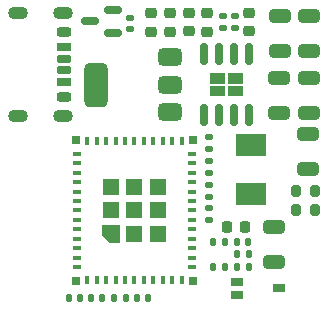
<source format=gbr>
%TF.GenerationSoftware,KiCad,Pcbnew,8.0.4*%
%TF.CreationDate,2024-12-08T23:45:12+08:00*%
%TF.ProjectId,funHomeSwitch,66756e48-6f6d-4655-9377-697463682e6b,rev?*%
%TF.SameCoordinates,Original*%
%TF.FileFunction,Paste,Top*%
%TF.FilePolarity,Positive*%
%FSLAX46Y46*%
G04 Gerber Fmt 4.6, Leading zero omitted, Abs format (unit mm)*
G04 Created by KiCad (PCBNEW 8.0.4) date 2024-12-08 23:45:12*
%MOMM*%
%LPD*%
G01*
G04 APERTURE LIST*
G04 Aperture macros list*
%AMRoundRect*
0 Rectangle with rounded corners*
0 $1 Rounding radius*
0 $2 $3 $4 $5 $6 $7 $8 $9 X,Y pos of 4 corners*
0 Add a 4 corners polygon primitive as box body*
4,1,4,$2,$3,$4,$5,$6,$7,$8,$9,$2,$3,0*
0 Add four circle primitives for the rounded corners*
1,1,$1+$1,$2,$3*
1,1,$1+$1,$4,$5*
1,1,$1+$1,$6,$7*
1,1,$1+$1,$8,$9*
0 Add four rect primitives between the rounded corners*
20,1,$1+$1,$2,$3,$4,$5,0*
20,1,$1+$1,$4,$5,$6,$7,0*
20,1,$1+$1,$6,$7,$8,$9,0*
20,1,$1+$1,$8,$9,$2,$3,0*%
%AMFreePoly0*
4,1,6,0.725000,-0.725000,-0.725000,-0.725000,-0.725000,0.125000,-0.125000,0.725000,0.725000,0.725000,0.725000,-0.725000,0.725000,-0.725000,$1*%
G04 Aperture macros list end*
%ADD10C,0.010000*%
%ADD11RoundRect,0.140000X0.170000X-0.140000X0.170000X0.140000X-0.170000X0.140000X-0.170000X-0.140000X0*%
%ADD12RoundRect,0.135000X0.185000X-0.135000X0.185000X0.135000X-0.185000X0.135000X-0.185000X-0.135000X0*%
%ADD13RoundRect,0.135000X-0.185000X0.135000X-0.185000X-0.135000X0.185000X-0.135000X0.185000X0.135000X0*%
%ADD14RoundRect,0.150000X0.587500X0.150000X-0.587500X0.150000X-0.587500X-0.150000X0.587500X-0.150000X0*%
%ADD15RoundRect,0.218750X0.218750X0.256250X-0.218750X0.256250X-0.218750X-0.256250X0.218750X-0.256250X0*%
%ADD16RoundRect,0.140000X0.140000X0.170000X-0.140000X0.170000X-0.140000X-0.170000X0.140000X-0.170000X0*%
%ADD17RoundRect,0.135000X-0.135000X-0.185000X0.135000X-0.185000X0.135000X0.185000X-0.135000X0.185000X0*%
%ADD18RoundRect,0.250000X-0.650000X0.325000X-0.650000X-0.325000X0.650000X-0.325000X0.650000X0.325000X0*%
%ADD19RoundRect,0.218750X-0.256250X0.218750X-0.256250X-0.218750X0.256250X-0.218750X0.256250X0.218750X0*%
%ADD20RoundRect,0.178200X-0.151800X0.721800X-0.151800X-0.721800X0.151800X-0.721800X0.151800X0.721800X0*%
%ADD21RoundRect,0.250000X0.650000X-0.325000X0.650000X0.325000X-0.650000X0.325000X-0.650000X-0.325000X0*%
%ADD22RoundRect,0.175000X-0.425000X0.175000X-0.425000X-0.175000X0.425000X-0.175000X0.425000X0.175000X0*%
%ADD23RoundRect,0.190000X0.410000X-0.190000X0.410000X0.190000X-0.410000X0.190000X-0.410000X-0.190000X0*%
%ADD24RoundRect,0.200000X0.400000X-0.200000X0.400000X0.200000X-0.400000X0.200000X-0.400000X-0.200000X0*%
%ADD25RoundRect,0.175000X0.425000X-0.175000X0.425000X0.175000X-0.425000X0.175000X-0.425000X-0.175000X0*%
%ADD26RoundRect,0.190000X-0.410000X0.190000X-0.410000X-0.190000X0.410000X-0.190000X0.410000X0.190000X0*%
%ADD27RoundRect,0.200000X-0.400000X0.200000X-0.400000X-0.200000X0.400000X-0.200000X0.400000X0.200000X0*%
%ADD28O,1.700000X1.100000*%
%ADD29RoundRect,0.375000X0.625000X0.375000X-0.625000X0.375000X-0.625000X-0.375000X0.625000X-0.375000X0*%
%ADD30RoundRect,0.500000X0.500000X1.400000X-0.500000X1.400000X-0.500000X-1.400000X0.500000X-1.400000X0*%
%ADD31RoundRect,0.200000X-0.200000X-0.275000X0.200000X-0.275000X0.200000X0.275000X-0.200000X0.275000X0*%
%ADD32RoundRect,0.135000X0.135000X0.185000X-0.135000X0.185000X-0.135000X-0.185000X0.135000X-0.185000X0*%
%ADD33R,2.500000X1.900000*%
%ADD34RoundRect,0.218750X0.256250X-0.218750X0.256250X0.218750X-0.256250X0.218750X-0.256250X-0.218750X0*%
%ADD35R,0.400000X0.800000*%
%ADD36R,0.800000X0.400000*%
%ADD37FreePoly0,90.000000*%
%ADD38R,1.450000X1.450000*%
%ADD39R,0.700000X0.700000*%
%ADD40RoundRect,0.225000X-0.250000X0.225000X-0.250000X-0.225000X0.250000X-0.225000X0.250000X0.225000X0*%
%ADD41R,1.100000X0.800000*%
%ADD42RoundRect,0.140000X-0.140000X-0.170000X0.140000X-0.170000X0.140000X0.170000X-0.140000X0.170000X0*%
G04 APERTURE END LIST*
D10*
%TO.C,U3*%
X206420000Y-72495000D02*
X205180000Y-72495000D01*
X205180000Y-71695000D01*
X206420000Y-71695000D01*
X206420000Y-72495000D01*
G36*
X206420000Y-72495000D02*
G01*
X205180000Y-72495000D01*
X205180000Y-71695000D01*
X206420000Y-71695000D01*
X206420000Y-72495000D01*
G37*
X206420000Y-73565000D02*
X205180000Y-73565000D01*
X205180000Y-72765000D01*
X206420000Y-72765000D01*
X206420000Y-73565000D01*
G36*
X206420000Y-73565000D02*
G01*
X205180000Y-73565000D01*
X205180000Y-72765000D01*
X206420000Y-72765000D01*
X206420000Y-73565000D01*
G37*
X207930000Y-72495000D02*
X206690000Y-72495000D01*
X206690000Y-71695000D01*
X207930000Y-71695000D01*
X207930000Y-72495000D01*
G36*
X207930000Y-72495000D02*
G01*
X206690000Y-72495000D01*
X206690000Y-71695000D01*
X207930000Y-71695000D01*
X207930000Y-72495000D01*
G37*
X207930000Y-73565000D02*
X206690000Y-73565000D01*
X206690000Y-72765000D01*
X207930000Y-72765000D01*
X207930000Y-73565000D01*
G36*
X207930000Y-73565000D02*
G01*
X206690000Y-73565000D01*
X206690000Y-72765000D01*
X207930000Y-72765000D01*
X207930000Y-73565000D01*
G37*
%TD*%
D11*
%TO.C,C4*%
X198425000Y-67950000D03*
X198425000Y-66990000D03*
%TD*%
D12*
%TO.C,R9*%
X207275000Y-67885000D03*
X207275000Y-66865000D03*
%TD*%
D13*
%TO.C,R7*%
X205100000Y-81115000D03*
X205100000Y-82135000D03*
%TD*%
D14*
%TO.C,Q1*%
X196950000Y-68250000D03*
X196950000Y-66350000D03*
X195075000Y-67300000D03*
%TD*%
D15*
%TO.C,D1*%
X208187500Y-84700000D03*
X206612500Y-84700000D03*
%TD*%
D16*
%TO.C,C2*%
X196085000Y-90700000D03*
X195125000Y-90700000D03*
%TD*%
D17*
%TO.C,R3*%
X205465000Y-86000000D03*
X206485000Y-86000000D03*
%TD*%
D18*
%TO.C,C12*%
X210625000Y-84725000D03*
X210625000Y-87675000D03*
%TD*%
D16*
%TO.C,C1*%
X194205000Y-90700000D03*
X193245000Y-90700000D03*
%TD*%
D19*
%TO.C,D3*%
X201825000Y-66600000D03*
X201825000Y-68175000D03*
%TD*%
D20*
%TO.C,U3*%
X208460000Y-70025000D03*
X207190000Y-70025000D03*
X205920000Y-70025000D03*
X204650000Y-70025000D03*
X204650000Y-75235000D03*
X205920000Y-75235000D03*
X207190000Y-75235000D03*
X208460000Y-75235000D03*
%TD*%
D21*
%TO.C,C7*%
X211125000Y-69775000D03*
X211125000Y-66825000D03*
%TD*%
D22*
%TO.C,J3*%
X192805000Y-70445000D03*
D23*
X192805000Y-72465000D03*
D24*
X192805000Y-73695000D03*
D25*
X192805000Y-71445000D03*
D26*
X192805000Y-69425000D03*
D27*
X192805000Y-68195000D03*
D28*
X192725000Y-66625000D03*
X188925000Y-66625000D03*
X192725000Y-75265000D03*
X188925000Y-75265000D03*
%TD*%
D29*
%TO.C,U1*%
X201800000Y-74937500D03*
X201800000Y-72637500D03*
D30*
X195500000Y-72637500D03*
D29*
X201800000Y-70337500D03*
%TD*%
D31*
%TO.C,R12*%
X212475000Y-83225000D03*
X214125000Y-83225000D03*
%TD*%
D32*
%TO.C,R1*%
X198045000Y-90700000D03*
X197025000Y-90700000D03*
%TD*%
D33*
%TO.C,L1*%
X208700000Y-77775000D03*
X208700000Y-81875000D03*
%TD*%
D34*
%TO.C,D2*%
X200225000Y-68150000D03*
X200225000Y-66575000D03*
%TD*%
%TO.C,D4*%
X203400000Y-68125000D03*
X203400000Y-66550000D03*
%TD*%
D32*
%TO.C,R2*%
X208470000Y-87025000D03*
X207450000Y-87025000D03*
%TD*%
D17*
%TO.C,R4*%
X207450000Y-88075000D03*
X208470000Y-88075000D03*
%TD*%
D35*
%TO.C,U2*%
X194800000Y-89200000D03*
X195600000Y-89200000D03*
X196400000Y-89200000D03*
X197200000Y-89200000D03*
X198000000Y-89200000D03*
X198800000Y-89200000D03*
X199600000Y-89200000D03*
X200400000Y-89200000D03*
X201200000Y-89200000D03*
X202000000Y-89200000D03*
X202800000Y-89200000D03*
D36*
X203700000Y-88100000D03*
X203700000Y-87300000D03*
X203700000Y-86500000D03*
X203700000Y-85700000D03*
X203700000Y-84900000D03*
X203700000Y-84100000D03*
X203700000Y-83300000D03*
X203700000Y-82500000D03*
X203700000Y-81700000D03*
X203700000Y-80900000D03*
X203700000Y-80100000D03*
X203700000Y-79300000D03*
X203700000Y-78500000D03*
D35*
X202800000Y-77400000D03*
X202000000Y-77400000D03*
X201200000Y-77400000D03*
X200400000Y-77400000D03*
X199600000Y-77400000D03*
X198800000Y-77400000D03*
X198000000Y-77400000D03*
X197200000Y-77400000D03*
X196400000Y-77400000D03*
X195600000Y-77400000D03*
X194800000Y-77400000D03*
D36*
X193900000Y-78500000D03*
X193900000Y-79300000D03*
X193900000Y-80100000D03*
X193900000Y-80900000D03*
X193900000Y-81700000D03*
X193900000Y-82500000D03*
X193900000Y-83300000D03*
X193900000Y-84100000D03*
X193900000Y-84900000D03*
X193900000Y-85700000D03*
X193900000Y-86500000D03*
X193900000Y-87300000D03*
X193900000Y-88100000D03*
D37*
X196825000Y-85275000D03*
D38*
X198800000Y-85275000D03*
X200775000Y-85275000D03*
X196825000Y-83300000D03*
X198800000Y-83300000D03*
X200775000Y-83300000D03*
X196825000Y-81325000D03*
X198800000Y-81325000D03*
X200775000Y-81325000D03*
D39*
X193850000Y-77350000D03*
X203750000Y-77350000D03*
X203750000Y-89250000D03*
X193850000Y-89250000D03*
%TD*%
D13*
%TO.C,R8*%
X205125000Y-83100000D03*
X205125000Y-84120000D03*
%TD*%
D12*
%TO.C,R10*%
X206275000Y-67885000D03*
X206275000Y-66865000D03*
%TD*%
D18*
%TO.C,C8*%
X211075000Y-72100000D03*
X211075000Y-75050000D03*
%TD*%
D12*
%TO.C,R5*%
X205075000Y-80135000D03*
X205075000Y-79115000D03*
%TD*%
D40*
%TO.C,C10*%
X208525000Y-66575000D03*
X208525000Y-68125000D03*
%TD*%
D41*
%TO.C,Q2*%
X211025000Y-89875000D03*
X207475000Y-89325000D03*
X207475000Y-90425000D03*
%TD*%
D18*
%TO.C,C9*%
X213550000Y-72100000D03*
X213550000Y-75050000D03*
%TD*%
D21*
%TO.C,C11*%
X213500000Y-79800000D03*
X213500000Y-76850000D03*
%TD*%
D16*
%TO.C,C5*%
X208410000Y-86000000D03*
X207450000Y-86000000D03*
%TD*%
D19*
%TO.C,D5*%
X204975000Y-66600000D03*
X204975000Y-68175000D03*
%TD*%
D17*
%TO.C,R13*%
X205415000Y-88100000D03*
X206435000Y-88100000D03*
%TD*%
D31*
%TO.C,R11*%
X212475000Y-81625000D03*
X214125000Y-81625000D03*
%TD*%
D42*
%TO.C,C3*%
X198995000Y-90700000D03*
X199955000Y-90700000D03*
%TD*%
D12*
%TO.C,R6*%
X205100000Y-78085000D03*
X205100000Y-77065000D03*
%TD*%
D21*
%TO.C,C6*%
X213550000Y-69775000D03*
X213550000Y-66825000D03*
%TD*%
M02*

</source>
